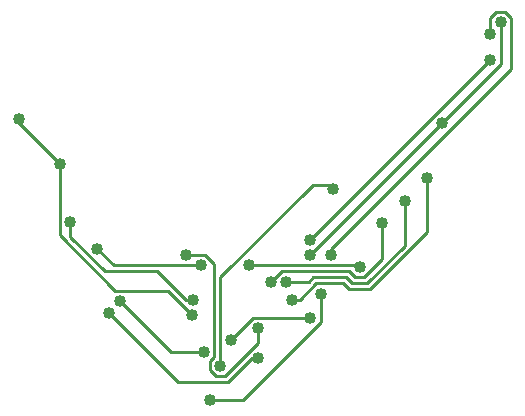
<source format=gtl>
G75*
%MOIN*%
%OFA0B0*%
%FSLAX25Y25*%
%IPPOS*%
%LPD*%
%AMOC8*
5,1,8,0,0,1.08239X$1,22.5*
%
%ADD10C,0.01000*%
%ADD11C,0.04000*%
D10*
X0164833Y0117750D02*
X0187833Y0094750D01*
X0204333Y0094750D01*
X0212333Y0102750D01*
X0214333Y0102750D01*
X0214333Y0107750D02*
X0203333Y0096750D01*
X0200333Y0096750D01*
X0198333Y0098750D01*
X0198333Y0101750D01*
X0199833Y0103250D01*
X0199833Y0134250D01*
X0196833Y0137250D01*
X0190333Y0137250D01*
X0195333Y0133750D02*
X0166333Y0133750D01*
X0160833Y0139250D01*
X0163333Y0131750D02*
X0151833Y0143250D01*
X0151833Y0148250D01*
X0148333Y0143750D02*
X0166833Y0125250D01*
X0184333Y0125250D01*
X0192333Y0117250D01*
X0192833Y0122250D02*
X0190333Y0122250D01*
X0180833Y0131750D01*
X0163333Y0131750D01*
X0168333Y0121750D02*
X0185333Y0104750D01*
X0196333Y0104750D01*
X0201833Y0100250D02*
X0201833Y0129750D01*
X0232583Y0160500D01*
X0238208Y0160500D01*
X0239458Y0159250D01*
X0255833Y0147750D02*
X0255833Y0135750D01*
X0249833Y0129750D01*
X0246833Y0129750D01*
X0244833Y0131750D01*
X0222333Y0131750D01*
X0218833Y0128250D01*
X0223833Y0128250D02*
X0231333Y0128250D01*
X0232833Y0129750D01*
X0243833Y0129750D01*
X0245833Y0127750D01*
X0250833Y0127750D01*
X0263333Y0140250D01*
X0263333Y0155250D01*
X0270833Y0162750D02*
X0270833Y0144750D01*
X0251833Y0125750D01*
X0244833Y0125750D01*
X0242833Y0127750D01*
X0233833Y0127750D01*
X0228333Y0122250D01*
X0225833Y0122250D01*
X0235333Y0124250D02*
X0235333Y0114750D01*
X0209333Y0088750D01*
X0198333Y0088750D01*
X0205333Y0108750D02*
X0212833Y0116250D01*
X0231833Y0116250D01*
X0214333Y0112750D02*
X0214333Y0107750D01*
X0211333Y0133750D02*
X0247833Y0133750D01*
X0248333Y0133250D01*
X0238833Y0137250D02*
X0238833Y0139250D01*
X0298833Y0199250D01*
X0298833Y0216250D01*
X0296833Y0218250D01*
X0293833Y0218250D01*
X0291833Y0216250D01*
X0291833Y0210750D01*
X0295333Y0214750D02*
X0295333Y0200750D01*
X0275833Y0181250D01*
X0231833Y0137250D01*
X0231833Y0142250D02*
X0291833Y0202250D01*
X0148333Y0167500D02*
X0148333Y0143750D01*
X0148333Y0167500D02*
X0134583Y0181250D01*
X0134583Y0182500D01*
D11*
X0134583Y0182500D03*
X0148333Y0167500D03*
X0151833Y0148250D03*
X0160833Y0139250D03*
X0168333Y0121750D03*
X0164833Y0117750D03*
X0192333Y0117250D03*
X0192833Y0122250D03*
X0195333Y0133750D03*
X0190333Y0137250D03*
X0211333Y0133750D03*
X0218833Y0128250D03*
X0223833Y0128250D03*
X0225833Y0122250D03*
X0235333Y0124250D03*
X0248333Y0133250D03*
X0238833Y0137250D03*
X0231833Y0137250D03*
X0231833Y0142250D03*
X0239458Y0159250D03*
X0255833Y0147750D03*
X0263333Y0155250D03*
X0270833Y0162750D03*
X0275833Y0181250D03*
X0291833Y0202250D03*
X0291833Y0210750D03*
X0295333Y0214750D03*
X0231833Y0116250D03*
X0214333Y0112750D03*
X0205333Y0108750D03*
X0196333Y0104750D03*
X0201833Y0100250D03*
X0214333Y0102750D03*
X0198333Y0088750D03*
M02*

</source>
